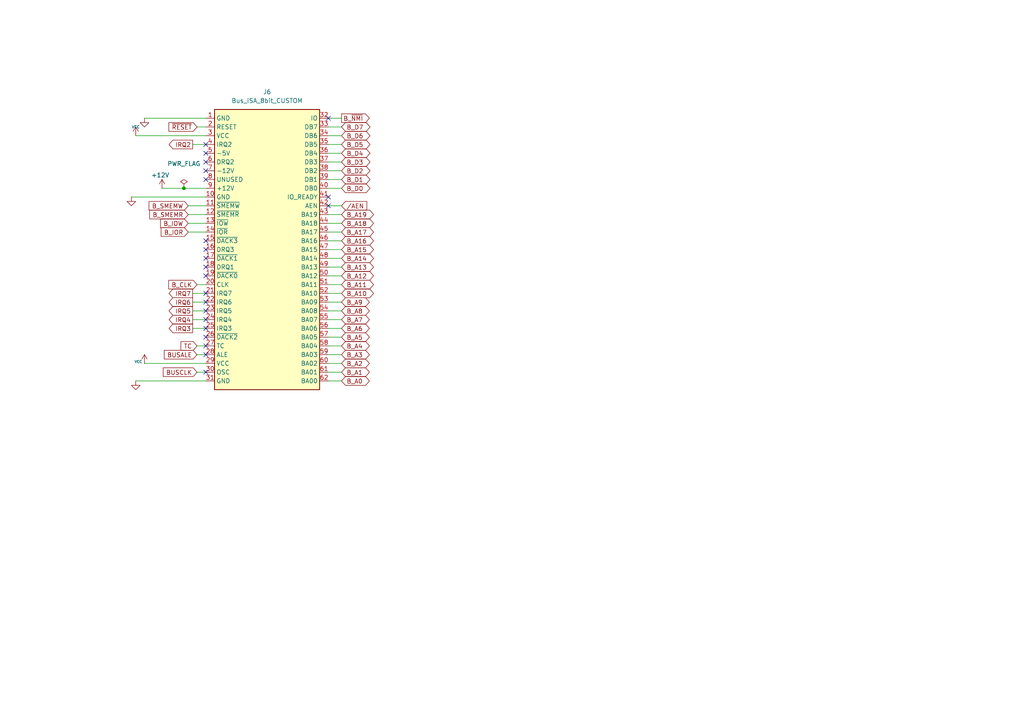
<source format=kicad_sch>
(kicad_sch
	(version 20250114)
	(generator "eeschema")
	(generator_version "9.0")
	(uuid "bea200d1-a4bd-4afd-a59a-61f32250e91d")
	(paper "A4")
	(title_block
		(title "ISA VIDEO/SID")
		(date "2026-01-18")
		(rev "V1.0")
	)
	(lib_symbols
		(symbol "Custom:Bus_ISA_8bit_CUSTOM"
			(exclude_from_sim no)
			(in_bom yes)
			(on_board yes)
			(property "Reference" "J"
				(at 0 42.545 0)
				(effects
					(font
						(size 1.27 1.27)
					)
				)
			)
			(property "Value" "Bus_ISA_8bit_CUSTOM"
				(at 0 -42.545 0)
				(effects
					(font
						(size 1.27 1.27)
					)
				)
			)
			(property "Footprint" ""
				(at 0 0 0)
				(effects
					(font
						(size 1.27 1.27)
					)
					(hide yes)
				)
			)
			(property "Datasheet" "https://en.wikipedia.org/wiki/Industry_Standard_Architecture"
				(at 0 0 0)
				(effects
					(font
						(size 1.27 1.27)
					)
					(hide yes)
				)
			)
			(property "Description" "8-bit ISA-PC bus connector"
				(at 0 0 0)
				(effects
					(font
						(size 1.27 1.27)
					)
					(hide yes)
				)
			)
			(property "ki_keywords" "ISA"
				(at 0 0 0)
				(effects
					(font
						(size 1.27 1.27)
					)
					(hide yes)
				)
			)
			(symbol "Bus_ISA_8bit_CUSTOM_0_1"
				(rectangle
					(start -15.24 -40.64)
					(end 15.24 40.64)
					(stroke
						(width 0.254)
						(type default)
					)
					(fill
						(type background)
					)
				)
			)
			(symbol "Bus_ISA_8bit_CUSTOM_1_1"
				(pin power_in line
					(at -17.78 38.1 0)
					(length 2.54)
					(name "GND"
						(effects
							(font
								(size 1.27 1.27)
							)
						)
					)
					(number "1"
						(effects
							(font
								(size 1.27 1.27)
							)
						)
					)
				)
				(pin passive line
					(at -17.78 35.56 0)
					(length 2.54)
					(name "RESET"
						(effects
							(font
								(size 1.27 1.27)
							)
						)
					)
					(number "2"
						(effects
							(font
								(size 1.27 1.27)
							)
						)
					)
				)
				(pin power_in line
					(at -17.78 33.02 0)
					(length 2.54)
					(name "VCC"
						(effects
							(font
								(size 1.27 1.27)
							)
						)
					)
					(number "3"
						(effects
							(font
								(size 1.27 1.27)
							)
						)
					)
				)
				(pin passive line
					(at -17.78 30.48 0)
					(length 2.54)
					(name "IRQ2"
						(effects
							(font
								(size 1.27 1.27)
							)
						)
					)
					(number "4"
						(effects
							(font
								(size 1.27 1.27)
							)
						)
					)
				)
				(pin power_in line
					(at -17.78 27.94 0)
					(length 2.54)
					(name "-5V"
						(effects
							(font
								(size 1.27 1.27)
							)
						)
					)
					(number "5"
						(effects
							(font
								(size 1.27 1.27)
							)
						)
					)
				)
				(pin passive line
					(at -17.78 25.4 0)
					(length 2.54)
					(name "DRQ2"
						(effects
							(font
								(size 1.27 1.27)
							)
						)
					)
					(number "6"
						(effects
							(font
								(size 1.27 1.27)
							)
						)
					)
				)
				(pin power_in line
					(at -17.78 22.86 0)
					(length 2.54)
					(name "-12V"
						(effects
							(font
								(size 1.27 1.27)
							)
						)
					)
					(number "7"
						(effects
							(font
								(size 1.27 1.27)
							)
						)
					)
				)
				(pin passive line
					(at -17.78 20.32 0)
					(length 2.54)
					(name "UNUSED"
						(effects
							(font
								(size 1.27 1.27)
							)
						)
					)
					(number "8"
						(effects
							(font
								(size 1.27 1.27)
							)
						)
					)
				)
				(pin power_in line
					(at -17.78 17.78 0)
					(length 2.54)
					(name "+12V"
						(effects
							(font
								(size 1.27 1.27)
							)
						)
					)
					(number "9"
						(effects
							(font
								(size 1.27 1.27)
							)
						)
					)
				)
				(pin power_in line
					(at -17.78 15.24 0)
					(length 2.54)
					(name "GND"
						(effects
							(font
								(size 1.27 1.27)
							)
						)
					)
					(number "10"
						(effects
							(font
								(size 1.27 1.27)
							)
						)
					)
				)
				(pin bidirectional line
					(at -17.78 12.7 0)
					(length 2.54)
					(name "~{SMEMW}"
						(effects
							(font
								(size 1.27 1.27)
							)
						)
					)
					(number "11"
						(effects
							(font
								(size 1.27 1.27)
							)
						)
					)
				)
				(pin bidirectional line
					(at -17.78 10.16 0)
					(length 2.54)
					(name "~{SMEMR}"
						(effects
							(font
								(size 1.27 1.27)
							)
						)
					)
					(number "12"
						(effects
							(font
								(size 1.27 1.27)
							)
						)
					)
				)
				(pin bidirectional line
					(at -17.78 7.62 0)
					(length 2.54)
					(name "~{IOW}"
						(effects
							(font
								(size 1.27 1.27)
							)
						)
					)
					(number "13"
						(effects
							(font
								(size 1.27 1.27)
							)
						)
					)
				)
				(pin bidirectional line
					(at -17.78 5.08 0)
					(length 2.54)
					(name "~{IOR}"
						(effects
							(font
								(size 1.27 1.27)
							)
						)
					)
					(number "14"
						(effects
							(font
								(size 1.27 1.27)
							)
						)
					)
				)
				(pin passive line
					(at -17.78 2.54 0)
					(length 2.54)
					(name "~{DACK3}"
						(effects
							(font
								(size 1.27 1.27)
							)
						)
					)
					(number "15"
						(effects
							(font
								(size 1.27 1.27)
							)
						)
					)
				)
				(pin passive line
					(at -17.78 0 0)
					(length 2.54)
					(name "DRQ3"
						(effects
							(font
								(size 1.27 1.27)
							)
						)
					)
					(number "16"
						(effects
							(font
								(size 1.27 1.27)
							)
						)
					)
				)
				(pin passive line
					(at -17.78 -2.54 0)
					(length 2.54)
					(name "~{DACK1}"
						(effects
							(font
								(size 1.27 1.27)
							)
						)
					)
					(number "17"
						(effects
							(font
								(size 1.27 1.27)
							)
						)
					)
				)
				(pin passive line
					(at -17.78 -5.08 0)
					(length 2.54)
					(name "DRQ1"
						(effects
							(font
								(size 1.27 1.27)
							)
						)
					)
					(number "18"
						(effects
							(font
								(size 1.27 1.27)
							)
						)
					)
				)
				(pin passive line
					(at -17.78 -7.62 0)
					(length 2.54)
					(name "~{DACK0}"
						(effects
							(font
								(size 1.27 1.27)
							)
						)
					)
					(number "19"
						(effects
							(font
								(size 1.27 1.27)
							)
						)
					)
				)
				(pin bidirectional line
					(at -17.78 -10.16 0)
					(length 2.54)
					(name "CLK"
						(effects
							(font
								(size 1.27 1.27)
							)
						)
					)
					(number "20"
						(effects
							(font
								(size 1.27 1.27)
							)
						)
					)
				)
				(pin passive line
					(at -17.78 -12.7 0)
					(length 2.54)
					(name "IRQ7"
						(effects
							(font
								(size 1.27 1.27)
							)
						)
					)
					(number "21"
						(effects
							(font
								(size 1.27 1.27)
							)
						)
					)
				)
				(pin passive line
					(at -17.78 -15.24 0)
					(length 2.54)
					(name "IRQ6"
						(effects
							(font
								(size 1.27 1.27)
							)
						)
					)
					(number "22"
						(effects
							(font
								(size 1.27 1.27)
							)
						)
					)
				)
				(pin passive line
					(at -17.78 -17.78 0)
					(length 2.54)
					(name "IRQ5"
						(effects
							(font
								(size 1.27 1.27)
							)
						)
					)
					(number "23"
						(effects
							(font
								(size 1.27 1.27)
							)
						)
					)
				)
				(pin passive line
					(at -17.78 -20.32 0)
					(length 2.54)
					(name "IRQ4"
						(effects
							(font
								(size 1.27 1.27)
							)
						)
					)
					(number "24"
						(effects
							(font
								(size 1.27 1.27)
							)
						)
					)
				)
				(pin passive line
					(at -17.78 -22.86 0)
					(length 2.54)
					(name "IRQ3"
						(effects
							(font
								(size 1.27 1.27)
							)
						)
					)
					(number "25"
						(effects
							(font
								(size 1.27 1.27)
							)
						)
					)
				)
				(pin passive line
					(at -17.78 -25.4 0)
					(length 2.54)
					(name "~{DACK2}"
						(effects
							(font
								(size 1.27 1.27)
							)
						)
					)
					(number "26"
						(effects
							(font
								(size 1.27 1.27)
							)
						)
					)
				)
				(pin passive line
					(at -17.78 -27.94 0)
					(length 2.54)
					(name "TC"
						(effects
							(font
								(size 1.27 1.27)
							)
						)
					)
					(number "27"
						(effects
							(font
								(size 1.27 1.27)
							)
						)
					)
				)
				(pin bidirectional line
					(at -17.78 -30.48 0)
					(length 2.54)
					(name "ALE"
						(effects
							(font
								(size 1.27 1.27)
							)
						)
					)
					(number "28"
						(effects
							(font
								(size 1.27 1.27)
							)
						)
					)
				)
				(pin power_in line
					(at -17.78 -33.02 0)
					(length 2.54)
					(name "VCC"
						(effects
							(font
								(size 1.27 1.27)
							)
						)
					)
					(number "29"
						(effects
							(font
								(size 1.27 1.27)
							)
						)
					)
				)
				(pin passive line
					(at -17.78 -35.56 0)
					(length 2.54)
					(name "OSC"
						(effects
							(font
								(size 1.27 1.27)
							)
						)
					)
					(number "30"
						(effects
							(font
								(size 1.27 1.27)
							)
						)
					)
				)
				(pin power_in line
					(at -17.78 -38.1 0)
					(length 2.54)
					(name "GND"
						(effects
							(font
								(size 1.27 1.27)
							)
						)
					)
					(number "31"
						(effects
							(font
								(size 1.27 1.27)
							)
						)
					)
				)
				(pin passive line
					(at 17.78 38.1 180)
					(length 2.54)
					(name "IO"
						(effects
							(font
								(size 1.27 1.27)
							)
						)
					)
					(number "32"
						(effects
							(font
								(size 1.27 1.27)
							)
						)
					)
				)
				(pin tri_state line
					(at 17.78 35.56 180)
					(length 2.54)
					(name "DB7"
						(effects
							(font
								(size 1.27 1.27)
							)
						)
					)
					(number "33"
						(effects
							(font
								(size 1.27 1.27)
							)
						)
					)
				)
				(pin tri_state line
					(at 17.78 33.02 180)
					(length 2.54)
					(name "DB6"
						(effects
							(font
								(size 1.27 1.27)
							)
						)
					)
					(number "34"
						(effects
							(font
								(size 1.27 1.27)
							)
						)
					)
				)
				(pin tri_state line
					(at 17.78 30.48 180)
					(length 2.54)
					(name "DB5"
						(effects
							(font
								(size 1.27 1.27)
							)
						)
					)
					(number "35"
						(effects
							(font
								(size 1.27 1.27)
							)
						)
					)
				)
				(pin tri_state line
					(at 17.78 27.94 180)
					(length 2.54)
					(name "DB4"
						(effects
							(font
								(size 1.27 1.27)
							)
						)
					)
					(number "36"
						(effects
							(font
								(size 1.27 1.27)
							)
						)
					)
				)
				(pin tri_state line
					(at 17.78 25.4 180)
					(length 2.54)
					(name "DB3"
						(effects
							(font
								(size 1.27 1.27)
							)
						)
					)
					(number "37"
						(effects
							(font
								(size 1.27 1.27)
							)
						)
					)
				)
				(pin tri_state line
					(at 17.78 22.86 180)
					(length 2.54)
					(name "DB2"
						(effects
							(font
								(size 1.27 1.27)
							)
						)
					)
					(number "38"
						(effects
							(font
								(size 1.27 1.27)
							)
						)
					)
				)
				(pin tri_state line
					(at 17.78 20.32 180)
					(length 2.54)
					(name "DB1"
						(effects
							(font
								(size 1.27 1.27)
							)
						)
					)
					(number "39"
						(effects
							(font
								(size 1.27 1.27)
							)
						)
					)
				)
				(pin tri_state line
					(at 17.78 17.78 180)
					(length 2.54)
					(name "DB0"
						(effects
							(font
								(size 1.27 1.27)
							)
						)
					)
					(number "40"
						(effects
							(font
								(size 1.27 1.27)
							)
						)
					)
				)
				(pin passive line
					(at 17.78 15.24 180)
					(length 2.54)
					(name "IO_READY"
						(effects
							(font
								(size 1.27 1.27)
							)
						)
					)
					(number "41"
						(effects
							(font
								(size 1.27 1.27)
							)
						)
					)
				)
				(pin output line
					(at 17.78 12.7 180)
					(length 2.54)
					(name "AEN"
						(effects
							(font
								(size 1.27 1.27)
							)
						)
					)
					(number "42"
						(effects
							(font
								(size 1.27 1.27)
							)
						)
					)
				)
				(pin tri_state line
					(at 17.78 10.16 180)
					(length 2.54)
					(name "BA19"
						(effects
							(font
								(size 1.27 1.27)
							)
						)
					)
					(number "43"
						(effects
							(font
								(size 1.27 1.27)
							)
						)
					)
				)
				(pin tri_state line
					(at 17.78 7.62 180)
					(length 2.54)
					(name "BA18"
						(effects
							(font
								(size 1.27 1.27)
							)
						)
					)
					(number "44"
						(effects
							(font
								(size 1.27 1.27)
							)
						)
					)
				)
				(pin tri_state line
					(at 17.78 5.08 180)
					(length 2.54)
					(name "BA17"
						(effects
							(font
								(size 1.27 1.27)
							)
						)
					)
					(number "45"
						(effects
							(font
								(size 1.27 1.27)
							)
						)
					)
				)
				(pin tri_state line
					(at 17.78 2.54 180)
					(length 2.54)
					(name "BA16"
						(effects
							(font
								(size 1.27 1.27)
							)
						)
					)
					(number "46"
						(effects
							(font
								(size 1.27 1.27)
							)
						)
					)
				)
				(pin tri_state line
					(at 17.78 0 180)
					(length 2.54)
					(name "BA15"
						(effects
							(font
								(size 1.27 1.27)
							)
						)
					)
					(number "47"
						(effects
							(font
								(size 1.27 1.27)
							)
						)
					)
				)
				(pin tri_state line
					(at 17.78 -2.54 180)
					(length 2.54)
					(name "BA14"
						(effects
							(font
								(size 1.27 1.27)
							)
						)
					)
					(number "48"
						(effects
							(font
								(size 1.27 1.27)
							)
						)
					)
				)
				(pin tri_state line
					(at 17.78 -5.08 180)
					(length 2.54)
					(name "BA13"
						(effects
							(font
								(size 1.27 1.27)
							)
						)
					)
					(number "49"
						(effects
							(font
								(size 1.27 1.27)
							)
						)
					)
				)
				(pin tri_state line
					(at 17.78 -7.62 180)
					(length 2.54)
					(name "BA12"
						(effects
							(font
								(size 1.27 1.27)
							)
						)
					)
					(number "50"
						(effects
							(font
								(size 1.27 1.27)
							)
						)
					)
				)
				(pin tri_state line
					(at 17.78 -10.16 180)
					(length 2.54)
					(name "BA11"
						(effects
							(font
								(size 1.27 1.27)
							)
						)
					)
					(number "51"
						(effects
							(font
								(size 1.27 1.27)
							)
						)
					)
				)
				(pin tri_state line
					(at 17.78 -12.7 180)
					(length 2.54)
					(name "BA10"
						(effects
							(font
								(size 1.27 1.27)
							)
						)
					)
					(number "52"
						(effects
							(font
								(size 1.27 1.27)
							)
						)
					)
				)
				(pin tri_state line
					(at 17.78 -15.24 180)
					(length 2.54)
					(name "BA09"
						(effects
							(font
								(size 1.27 1.27)
							)
						)
					)
					(number "53"
						(effects
							(font
								(size 1.27 1.27)
							)
						)
					)
				)
				(pin tri_state line
					(at 17.78 -17.78 180)
					(length 2.54)
					(name "BA08"
						(effects
							(font
								(size 1.27 1.27)
							)
						)
					)
					(number "54"
						(effects
							(font
								(size 1.27 1.27)
							)
						)
					)
				)
				(pin tri_state line
					(at 17.78 -20.32 180)
					(length 2.54)
					(name "BA07"
						(effects
							(font
								(size 1.27 1.27)
							)
						)
					)
					(number "55"
						(effects
							(font
								(size 1.27 1.27)
							)
						)
					)
				)
				(pin tri_state line
					(at 17.78 -22.86 180)
					(length 2.54)
					(name "BA06"
						(effects
							(font
								(size 1.27 1.27)
							)
						)
					)
					(number "56"
						(effects
							(font
								(size 1.27 1.27)
							)
						)
					)
				)
				(pin tri_state line
					(at 17.78 -25.4 180)
					(length 2.54)
					(name "BA05"
						(effects
							(font
								(size 1.27 1.27)
							)
						)
					)
					(number "57"
						(effects
							(font
								(size 1.27 1.27)
							)
						)
					)
				)
				(pin tri_state line
					(at 17.78 -27.94 180)
					(length 2.54)
					(name "BA04"
						(effects
							(font
								(size 1.27 1.27)
							)
						)
					)
					(number "58"
						(effects
							(font
								(size 1.27 1.27)
							)
						)
					)
				)
				(pin tri_state line
					(at 17.78 -30.48 180)
					(length 2.54)
					(name "BA03"
						(effects
							(font
								(size 1.27 1.27)
							)
						)
					)
					(number "59"
						(effects
							(font
								(size 1.27 1.27)
							)
						)
					)
				)
				(pin tri_state line
					(at 17.78 -33.02 180)
					(length 2.54)
					(name "BA02"
						(effects
							(font
								(size 1.27 1.27)
							)
						)
					)
					(number "60"
						(effects
							(font
								(size 1.27 1.27)
							)
						)
					)
				)
				(pin tri_state line
					(at 17.78 -35.56 180)
					(length 2.54)
					(name "BA01"
						(effects
							(font
								(size 1.27 1.27)
							)
						)
					)
					(number "61"
						(effects
							(font
								(size 1.27 1.27)
							)
						)
					)
				)
				(pin tri_state line
					(at 17.78 -38.1 180)
					(length 2.54)
					(name "BA00"
						(effects
							(font
								(size 1.27 1.27)
							)
						)
					)
					(number "62"
						(effects
							(font
								(size 1.27 1.27)
							)
						)
					)
				)
			)
			(embedded_fonts no)
		)
		(symbol "power:+12V"
			(power)
			(pin_numbers
				(hide yes)
			)
			(pin_names
				(offset 0)
				(hide yes)
			)
			(exclude_from_sim no)
			(in_bom yes)
			(on_board yes)
			(property "Reference" "#PWR"
				(at 0 -3.81 0)
				(effects
					(font
						(size 1.27 1.27)
					)
					(hide yes)
				)
			)
			(property "Value" "+12V"
				(at 0 3.556 0)
				(effects
					(font
						(size 1.27 1.27)
					)
				)
			)
			(property "Footprint" ""
				(at 0 0 0)
				(effects
					(font
						(size 1.27 1.27)
					)
					(hide yes)
				)
			)
			(property "Datasheet" ""
				(at 0 0 0)
				(effects
					(font
						(size 1.27 1.27)
					)
					(hide yes)
				)
			)
			(property "Description" "Power symbol creates a global label with name \"+12V\""
				(at 0 0 0)
				(effects
					(font
						(size 1.27 1.27)
					)
					(hide yes)
				)
			)
			(property "ki_keywords" "global power"
				(at 0 0 0)
				(effects
					(font
						(size 1.27 1.27)
					)
					(hide yes)
				)
			)
			(symbol "+12V_0_1"
				(polyline
					(pts
						(xy -0.762 1.27) (xy 0 2.54)
					)
					(stroke
						(width 0)
						(type default)
					)
					(fill
						(type none)
					)
				)
				(polyline
					(pts
						(xy 0 2.54) (xy 0.762 1.27)
					)
					(stroke
						(width 0)
						(type default)
					)
					(fill
						(type none)
					)
				)
				(polyline
					(pts
						(xy 0 0) (xy 0 2.54)
					)
					(stroke
						(width 0)
						(type default)
					)
					(fill
						(type none)
					)
				)
			)
			(symbol "+12V_1_1"
				(pin power_in line
					(at 0 0 90)
					(length 0)
					(name "~"
						(effects
							(font
								(size 1.27 1.27)
							)
						)
					)
					(number "1"
						(effects
							(font
								(size 1.27 1.27)
							)
						)
					)
				)
			)
			(embedded_fonts no)
		)
		(symbol "power:GND"
			(power)
			(pin_numbers
				(hide yes)
			)
			(pin_names
				(offset 0)
				(hide yes)
			)
			(exclude_from_sim no)
			(in_bom yes)
			(on_board yes)
			(property "Reference" "#PWR"
				(at 0 -6.35 0)
				(effects
					(font
						(size 1.27 1.27)
					)
					(hide yes)
				)
			)
			(property "Value" "GND"
				(at 0 -3.81 0)
				(effects
					(font
						(size 1.27 1.27)
					)
				)
			)
			(property "Footprint" ""
				(at 0 0 0)
				(effects
					(font
						(size 1.27 1.27)
					)
					(hide yes)
				)
			)
			(property "Datasheet" ""
				(at 0 0 0)
				(effects
					(font
						(size 1.27 1.27)
					)
					(hide yes)
				)
			)
			(property "Description" "Power symbol creates a global label with name \"GND\" , ground"
				(at 0 0 0)
				(effects
					(font
						(size 1.27 1.27)
					)
					(hide yes)
				)
			)
			(property "ki_keywords" "global power"
				(at 0 0 0)
				(effects
					(font
						(size 1.27 1.27)
					)
					(hide yes)
				)
			)
			(symbol "GND_0_1"
				(polyline
					(pts
						(xy 0 0) (xy 0 -1.27) (xy 1.27 -1.27) (xy 0 -2.54) (xy -1.27 -1.27) (xy 0 -1.27)
					)
					(stroke
						(width 0)
						(type default)
					)
					(fill
						(type none)
					)
				)
			)
			(symbol "GND_1_1"
				(pin power_in line
					(at 0 0 270)
					(length 0)
					(name "~"
						(effects
							(font
								(size 1.27 1.27)
							)
						)
					)
					(number "1"
						(effects
							(font
								(size 1.27 1.27)
							)
						)
					)
				)
			)
			(embedded_fonts no)
		)
		(symbol "power:PWR_FLAG"
			(power)
			(pin_numbers
				(hide yes)
			)
			(pin_names
				(offset 0)
				(hide yes)
			)
			(exclude_from_sim no)
			(in_bom yes)
			(on_board yes)
			(property "Reference" "#FLG"
				(at 0 1.905 0)
				(effects
					(font
						(size 1.27 1.27)
					)
					(hide yes)
				)
			)
			(property "Value" "PWR_FLAG"
				(at 0 3.81 0)
				(effects
					(font
						(size 1.27 1.27)
					)
				)
			)
			(property "Footprint" ""
				(at 0 0 0)
				(effects
					(font
						(size 1.27 1.27)
					)
					(hide yes)
				)
			)
			(property "Datasheet" "~"
				(at 0 0 0)
				(effects
					(font
						(size 1.27 1.27)
					)
					(hide yes)
				)
			)
			(property "Description" "Special symbol for telling ERC where power comes from"
				(at 0 0 0)
				(effects
					(font
						(size 1.27 1.27)
					)
					(hide yes)
				)
			)
			(property "ki_keywords" "flag power"
				(at 0 0 0)
				(effects
					(font
						(size 1.27 1.27)
					)
					(hide yes)
				)
			)
			(symbol "PWR_FLAG_0_0"
				(pin power_out line
					(at 0 0 90)
					(length 0)
					(name "~"
						(effects
							(font
								(size 1.27 1.27)
							)
						)
					)
					(number "1"
						(effects
							(font
								(size 1.27 1.27)
							)
						)
					)
				)
			)
			(symbol "PWR_FLAG_0_1"
				(polyline
					(pts
						(xy 0 0) (xy 0 1.27) (xy -1.016 1.905) (xy 0 2.54) (xy 1.016 1.905) (xy 0 1.27)
					)
					(stroke
						(width 0)
						(type default)
					)
					(fill
						(type none)
					)
				)
			)
			(embedded_fonts no)
		)
		(symbol "power:VCC"
			(power)
			(pin_numbers
				(hide yes)
			)
			(pin_names
				(offset 0)
				(hide yes)
			)
			(exclude_from_sim no)
			(in_bom yes)
			(on_board yes)
			(property "Reference" "#PWR"
				(at 0 -3.81 0)
				(effects
					(font
						(size 1.27 1.27)
					)
					(hide yes)
				)
			)
			(property "Value" "VCC"
				(at 0 3.556 0)
				(effects
					(font
						(size 1.27 1.27)
					)
				)
			)
			(property "Footprint" ""
				(at 0 0 0)
				(effects
					(font
						(size 1.27 1.27)
					)
					(hide yes)
				)
			)
			(property "Datasheet" ""
				(at 0 0 0)
				(effects
					(font
						(size 1.27 1.27)
					)
					(hide yes)
				)
			)
			(property "Description" "Power symbol creates a global label with name \"VCC\""
				(at 0 0 0)
				(effects
					(font
						(size 1.27 1.27)
					)
					(hide yes)
				)
			)
			(property "ki_keywords" "global power"
				(at 0 0 0)
				(effects
					(font
						(size 1.27 1.27)
					)
					(hide yes)
				)
			)
			(symbol "VCC_0_1"
				(polyline
					(pts
						(xy -0.762 1.27) (xy 0 2.54)
					)
					(stroke
						(width 0)
						(type default)
					)
					(fill
						(type none)
					)
				)
				(polyline
					(pts
						(xy 0 2.54) (xy 0.762 1.27)
					)
					(stroke
						(width 0)
						(type default)
					)
					(fill
						(type none)
					)
				)
				(polyline
					(pts
						(xy 0 0) (xy 0 2.54)
					)
					(stroke
						(width 0)
						(type default)
					)
					(fill
						(type none)
					)
				)
			)
			(symbol "VCC_1_1"
				(pin power_in line
					(at 0 0 90)
					(length 0)
					(name "~"
						(effects
							(font
								(size 1.27 1.27)
							)
						)
					)
					(number "1"
						(effects
							(font
								(size 1.27 1.27)
							)
						)
					)
				)
			)
			(embedded_fonts no)
		)
	)
	(junction
		(at 53.34 54.61)
		(diameter 0)
		(color 0 0 0 0)
		(uuid "f53df89d-77d0-4ec2-a2aa-03f19e4246c4")
	)
	(no_connect
		(at 59.69 85.09)
		(uuid "01ebde89-ee05-4d09-8789-0ebce3436ebe")
	)
	(no_connect
		(at 59.69 72.39)
		(uuid "0cb3fb00-1277-4038-ae72-ab976131c065")
	)
	(no_connect
		(at 59.69 92.71)
		(uuid "24e6cf73-5350-437d-bf9b-8f9b0f700872")
	)
	(no_connect
		(at 59.69 95.25)
		(uuid "25288ed2-e3fd-4ac1-bfc7-81a3fa48f1b1")
	)
	(no_connect
		(at 59.69 80.01)
		(uuid "4d1eac0f-dc68-49b7-9cbe-277222f871f7")
	)
	(no_connect
		(at 59.69 74.93)
		(uuid "5a1c1711-ff31-4f1f-b0ba-caabfea391cf")
	)
	(no_connect
		(at 95.25 57.15)
		(uuid "5eaabdf6-e378-4161-a197-331ce1d0fe44")
	)
	(no_connect
		(at 59.69 46.99)
		(uuid "6294d680-2c43-4fea-abc5-bc3ffe257aa3")
	)
	(no_connect
		(at 59.69 41.91)
		(uuid "6700a602-1fc4-4b61-8389-1574ffde75a4")
	)
	(no_connect
		(at 59.69 107.95)
		(uuid "8364fe39-35c3-42bf-93e8-2b78789f5251")
	)
	(no_connect
		(at 59.69 90.17)
		(uuid "8788375f-3f6a-428d-83b7-94e89b09a5ff")
	)
	(no_connect
		(at 95.25 59.69)
		(uuid "88efb991-7019-44bf-94df-c006f057a695")
	)
	(no_connect
		(at 95.25 34.29)
		(uuid "892769e1-e739-4dc6-8e56-0fdd0e3b7afc")
	)
	(no_connect
		(at 59.69 49.53)
		(uuid "a46cec70-03f8-4e6b-a421-f6b716d30ba3")
	)
	(no_connect
		(at 59.69 102.87)
		(uuid "a8055695-18fe-4223-a9a0-12be606c0eda")
	)
	(no_connect
		(at 59.69 69.85)
		(uuid "bf4e8f1e-6782-470c-9684-c6d188c8a92b")
	)
	(no_connect
		(at 59.69 100.33)
		(uuid "bf75c428-af04-4c10-baec-6243c6a234f4")
	)
	(no_connect
		(at 59.69 77.47)
		(uuid "cc9907d8-0bf0-4850-8e9b-6f2a4c29be15")
	)
	(no_connect
		(at 59.69 52.07)
		(uuid "cfba8b13-b80d-4f7f-a44f-a18d46973206")
	)
	(no_connect
		(at 59.69 97.79)
		(uuid "d6378419-fe24-457b-aa53-242076e8092d")
	)
	(no_connect
		(at 59.69 44.45)
		(uuid "e02e1869-4f85-4de6-ac50-b6e7ec45f355")
	)
	(no_connect
		(at 59.69 87.63)
		(uuid "e18b7d40-c7aa-4034-addc-415450d97981")
	)
	(wire
		(pts
			(xy 39.37 110.49) (xy 59.69 110.49)
		)
		(stroke
			(width 0)
			(type default)
		)
		(uuid "08603346-c955-4e8d-99e3-34ba0a8e6510")
	)
	(wire
		(pts
			(xy 57.15 36.83) (xy 59.69 36.83)
		)
		(stroke
			(width 0)
			(type default)
		)
		(uuid "09f27f50-4c3b-4a91-9deb-c0c006c353c8")
	)
	(wire
		(pts
			(xy 95.25 54.61) (xy 99.06 54.61)
		)
		(stroke
			(width 0)
			(type default)
		)
		(uuid "0a1bd4ba-3bce-4614-8604-5ddb1c4d66cc")
	)
	(wire
		(pts
			(xy 46.99 54.61) (xy 53.34 54.61)
		)
		(stroke
			(width 0)
			(type default)
		)
		(uuid "0af79733-6454-43ce-a2eb-d37bc82787ca")
	)
	(wire
		(pts
			(xy 95.25 85.09) (xy 99.06 85.09)
		)
		(stroke
			(width 0)
			(type default)
		)
		(uuid "0f4cf849-9eda-4a23-a858-8093b77a8a51")
	)
	(wire
		(pts
			(xy 57.15 102.87) (xy 59.69 102.87)
		)
		(stroke
			(width 0)
			(type default)
		)
		(uuid "12fcac9f-e264-4527-9d3b-ed9a9baf688c")
	)
	(wire
		(pts
			(xy 39.37 39.37) (xy 59.69 39.37)
		)
		(stroke
			(width 0)
			(type default)
		)
		(uuid "1d6d1575-0eda-4aa1-86fe-affa8e491b68")
	)
	(wire
		(pts
			(xy 41.91 105.41) (xy 59.69 105.41)
		)
		(stroke
			(width 0)
			(type default)
		)
		(uuid "1edb9313-3ca5-4165-9717-53ddde832915")
	)
	(wire
		(pts
			(xy 59.69 87.63) (xy 55.88 87.63)
		)
		(stroke
			(width 0)
			(type default)
		)
		(uuid "208f7172-5bbe-40fd-b781-dcc180e59d23")
	)
	(wire
		(pts
			(xy 57.15 107.95) (xy 59.69 107.95)
		)
		(stroke
			(width 0)
			(type default)
		)
		(uuid "21e09a54-f504-45eb-a492-016417efe937")
	)
	(wire
		(pts
			(xy 95.25 44.45) (xy 99.06 44.45)
		)
		(stroke
			(width 0)
			(type default)
		)
		(uuid "2c935e09-5b7e-4db0-9dad-f20c40290ffa")
	)
	(wire
		(pts
			(xy 54.61 64.77) (xy 59.69 64.77)
		)
		(stroke
			(width 0)
			(type default)
		)
		(uuid "36ae7764-05dc-4901-91b5-d7ade22593e2")
	)
	(wire
		(pts
			(xy 95.25 52.07) (xy 99.06 52.07)
		)
		(stroke
			(width 0)
			(type default)
		)
		(uuid "3ad03c0a-8d32-4bfb-9e3f-07f0c198a0be")
	)
	(wire
		(pts
			(xy 95.25 105.41) (xy 99.06 105.41)
		)
		(stroke
			(width 0)
			(type default)
		)
		(uuid "48c2c5d8-4073-46ec-bb14-91acd8064fe7")
	)
	(wire
		(pts
			(xy 95.25 69.85) (xy 99.06 69.85)
		)
		(stroke
			(width 0)
			(type default)
		)
		(uuid "4b1a77d0-c3b0-4c22-83e1-2aac4e0de12d")
	)
	(wire
		(pts
			(xy 54.61 62.23) (xy 59.69 62.23)
		)
		(stroke
			(width 0)
			(type default)
		)
		(uuid "4e8d94fb-77d4-4a3f-bfbd-912926283ebc")
	)
	(wire
		(pts
			(xy 95.25 46.99) (xy 99.06 46.99)
		)
		(stroke
			(width 0)
			(type default)
		)
		(uuid "50446913-8c0d-4465-98bb-4159e4f22d51")
	)
	(wire
		(pts
			(xy 95.25 62.23) (xy 99.06 62.23)
		)
		(stroke
			(width 0)
			(type default)
		)
		(uuid "513c4627-96a4-4a8d-8da9-bc7a48c1956e")
	)
	(wire
		(pts
			(xy 95.25 39.37) (xy 99.06 39.37)
		)
		(stroke
			(width 0)
			(type default)
		)
		(uuid "52662092-c991-4b0a-9a87-37e17c8221de")
	)
	(wire
		(pts
			(xy 95.25 59.69) (xy 99.06 59.69)
		)
		(stroke
			(width 0)
			(type default)
		)
		(uuid "52c6783f-0c89-4643-8cf7-714ae229b389")
	)
	(wire
		(pts
			(xy 95.25 92.71) (xy 99.06 92.71)
		)
		(stroke
			(width 0)
			(type default)
		)
		(uuid "53cfc659-306b-480a-bf4a-97fe19b68f9b")
	)
	(wire
		(pts
			(xy 59.69 41.91) (xy 55.88 41.91)
		)
		(stroke
			(width 0)
			(type default)
		)
		(uuid "5e39cc66-bea8-4f42-b0fb-b382500f03ba")
	)
	(wire
		(pts
			(xy 95.25 74.93) (xy 99.06 74.93)
		)
		(stroke
			(width 0)
			(type default)
		)
		(uuid "5f996708-2495-4f4f-b344-fdbf974636bf")
	)
	(wire
		(pts
			(xy 57.15 100.33) (xy 59.69 100.33)
		)
		(stroke
			(width 0)
			(type default)
		)
		(uuid "63e8fa07-b1f1-465e-ae2f-6146a0140a9c")
	)
	(wire
		(pts
			(xy 41.91 34.29) (xy 59.69 34.29)
		)
		(stroke
			(width 0)
			(type default)
		)
		(uuid "66cfce9a-4fb2-4f0a-b317-e9f44155fc64")
	)
	(wire
		(pts
			(xy 59.69 92.71) (xy 55.88 92.71)
		)
		(stroke
			(width 0)
			(type default)
		)
		(uuid "67166644-5b33-4bda-ad86-d9b098b71919")
	)
	(wire
		(pts
			(xy 59.69 85.09) (xy 55.88 85.09)
		)
		(stroke
			(width 0)
			(type default)
		)
		(uuid "67a4ae6d-006a-485f-abb6-a8d7f607ef7f")
	)
	(wire
		(pts
			(xy 95.25 41.91) (xy 99.06 41.91)
		)
		(stroke
			(width 0)
			(type default)
		)
		(uuid "74e4ab69-ed55-4e7b-b7e6-ab935727c1f6")
	)
	(wire
		(pts
			(xy 95.25 77.47) (xy 99.06 77.47)
		)
		(stroke
			(width 0)
			(type default)
		)
		(uuid "7be26f5b-7c46-43b1-b0cc-b22ef346aaed")
	)
	(wire
		(pts
			(xy 95.25 82.55) (xy 99.06 82.55)
		)
		(stroke
			(width 0)
			(type default)
		)
		(uuid "7d621071-e764-4b20-90fa-9c0f969c36b5")
	)
	(wire
		(pts
			(xy 95.25 107.95) (xy 99.06 107.95)
		)
		(stroke
			(width 0)
			(type default)
		)
		(uuid "8460624f-c8af-494f-b89d-60bb1c62de59")
	)
	(wire
		(pts
			(xy 53.34 54.61) (xy 59.69 54.61)
		)
		(stroke
			(width 0)
			(type default)
		)
		(uuid "8df0c4ca-bdd2-4309-ad71-4c4a4c1735a6")
	)
	(wire
		(pts
			(xy 95.25 90.17) (xy 99.06 90.17)
		)
		(stroke
			(width 0)
			(type default)
		)
		(uuid "90599b2b-1878-4705-a2c4-001e97bc304c")
	)
	(wire
		(pts
			(xy 54.61 67.31) (xy 59.69 67.31)
		)
		(stroke
			(width 0)
			(type default)
		)
		(uuid "94dea802-4624-4dce-8bc7-efda030e7c88")
	)
	(wire
		(pts
			(xy 57.15 82.55) (xy 59.69 82.55)
		)
		(stroke
			(width 0)
			(type default)
		)
		(uuid "97290b18-ebb7-4c0c-9443-e341db86b63d")
	)
	(wire
		(pts
			(xy 54.61 59.69) (xy 59.69 59.69)
		)
		(stroke
			(width 0)
			(type default)
		)
		(uuid "9d0655fa-9b96-47b7-b45b-049a2407a988")
	)
	(wire
		(pts
			(xy 95.25 102.87) (xy 99.06 102.87)
		)
		(stroke
			(width 0)
			(type default)
		)
		(uuid "9ec5c6bf-da29-4ce7-9b00-89f86f27d5b3")
	)
	(wire
		(pts
			(xy 95.25 100.33) (xy 99.06 100.33)
		)
		(stroke
			(width 0)
			(type default)
		)
		(uuid "aab7f170-d096-4ba1-9715-612aec760f31")
	)
	(wire
		(pts
			(xy 95.25 34.29) (xy 99.06 34.29)
		)
		(stroke
			(width 0)
			(type default)
		)
		(uuid "ae3c732d-8f4e-44e3-afb4-27f433391cf5")
	)
	(wire
		(pts
			(xy 59.69 90.17) (xy 55.88 90.17)
		)
		(stroke
			(width 0)
			(type default)
		)
		(uuid "b9e040df-b2f4-40eb-9de8-7f48c2f40c97")
	)
	(wire
		(pts
			(xy 95.25 95.25) (xy 99.06 95.25)
		)
		(stroke
			(width 0)
			(type default)
		)
		(uuid "c24cba88-887e-4536-90dc-403606db1ba6")
	)
	(wire
		(pts
			(xy 95.25 110.49) (xy 99.06 110.49)
		)
		(stroke
			(width 0)
			(type default)
		)
		(uuid "c6b1ab1f-b265-4562-9c99-a2725813f5c2")
	)
	(wire
		(pts
			(xy 95.25 97.79) (xy 99.06 97.79)
		)
		(stroke
			(width 0)
			(type default)
		)
		(uuid "c92181c5-176a-4af2-82f8-a32c8e957e5f")
	)
	(wire
		(pts
			(xy 95.25 87.63) (xy 99.06 87.63)
		)
		(stroke
			(width 0)
			(type default)
		)
		(uuid "ca6fad95-d140-40d8-b248-9b10aed75e8a")
	)
	(wire
		(pts
			(xy 95.25 49.53) (xy 99.06 49.53)
		)
		(stroke
			(width 0)
			(type default)
		)
		(uuid "d847d917-c7af-4730-a99c-a86561925923")
	)
	(wire
		(pts
			(xy 59.69 95.25) (xy 55.88 95.25)
		)
		(stroke
			(width 0)
			(type default)
		)
		(uuid "dd0b82a9-b93d-42c3-8ccf-eee148db027d")
	)
	(wire
		(pts
			(xy 38.1 57.15) (xy 59.69 57.15)
		)
		(stroke
			(width 0)
			(type default)
		)
		(uuid "e0008ce3-bc66-47ab-b7a4-875a761ea5fe")
	)
	(wire
		(pts
			(xy 95.25 67.31) (xy 99.06 67.31)
		)
		(stroke
			(width 0)
			(type default)
		)
		(uuid "e3408283-4b30-4424-9578-12b8ba725b91")
	)
	(wire
		(pts
			(xy 95.25 72.39) (xy 99.06 72.39)
		)
		(stroke
			(width 0)
			(type default)
		)
		(uuid "eef0c3da-43af-4a53-965c-cbc8537ebe43")
	)
	(wire
		(pts
			(xy 95.25 64.77) (xy 99.06 64.77)
		)
		(stroke
			(width 0)
			(type default)
		)
		(uuid "f3b56789-b10e-46bd-ab1b-961953719e02")
	)
	(wire
		(pts
			(xy 95.25 36.83) (xy 99.06 36.83)
		)
		(stroke
			(width 0)
			(type default)
		)
		(uuid "f4a8cac9-5352-4e41-852b-331d2c70ba5e")
	)
	(wire
		(pts
			(xy 95.25 80.01) (xy 99.06 80.01)
		)
		(stroke
			(width 0)
			(type default)
		)
		(uuid "fde310a1-8a8c-4015-b93a-37cf013336f6")
	)
	(global_label "B_A6"
		(shape bidirectional)
		(at 99.06 95.25 0)
		(effects
			(font
				(size 1.27 1.27)
			)
			(justify left)
		)
		(uuid "01cd6375-99b9-4711-b4c3-e2d879c6cbdb")
		(property "Intersheetrefs" "${INTERSHEET_REFS}"
			(at 99.06 95.25 0)
			(effects
				(font
					(size 1.27 1.27)
				)
				(hide yes)
			)
		)
	)
	(global_label "B_A0"
		(shape bidirectional)
		(at 99.06 110.49 0)
		(effects
			(font
				(size 1.27 1.27)
			)
			(justify left)
		)
		(uuid "08562664-5412-47e7-8e58-ecb56b5f5422")
		(property "Intersheetrefs" "${INTERSHEET_REFS}"
			(at 99.06 110.49 0)
			(effects
				(font
					(size 1.27 1.27)
				)
				(hide yes)
			)
		)
	)
	(global_label "B_A4"
		(shape bidirectional)
		(at 99.06 100.33 0)
		(effects
			(font
				(size 1.27 1.27)
			)
			(justify left)
		)
		(uuid "0b47417e-0187-49a8-87fa-c4eb168d63b6")
		(property "Intersheetrefs" "${INTERSHEET_REFS}"
			(at 99.06 100.33 0)
			(effects
				(font
					(size 1.27 1.27)
				)
				(hide yes)
			)
		)
	)
	(global_label "B_A7"
		(shape bidirectional)
		(at 99.06 92.71 0)
		(effects
			(font
				(size 1.27 1.27)
			)
			(justify left)
		)
		(uuid "0d64d302-3736-4841-b848-fed5ff93211c")
		(property "Intersheetrefs" "${INTERSHEET_REFS}"
			(at 99.06 92.71 0)
			(effects
				(font
					(size 1.27 1.27)
				)
				(hide yes)
			)
		)
	)
	(global_label "B_SMEMR"
		(shape input)
		(at 54.61 62.23 180)
		(fields_autoplaced yes)
		(effects
			(font
				(size 1.27 1.27)
			)
			(justify right)
		)
		(uuid "0d670ee1-ed9f-4a75-8c27-a747eab7de43")
		(property "Intersheetrefs" "${INTERSHEET_REFS}"
			(at 42.8559 62.23 0)
			(effects
				(font
					(size 1.27 1.27)
				)
				(justify right)
				(hide yes)
			)
		)
	)
	(global_label "B_A2"
		(shape bidirectional)
		(at 99.06 105.41 0)
		(effects
			(font
				(size 1.27 1.27)
			)
			(justify left)
		)
		(uuid "11ed0bd1-a275-4b2a-a2f2-3e12928292ba")
		(property "Intersheetrefs" "${INTERSHEET_REFS}"
			(at 99.06 105.41 0)
			(effects
				(font
					(size 1.27 1.27)
				)
				(hide yes)
			)
		)
	)
	(global_label "B_SMEMW"
		(shape input)
		(at 54.61 59.69 180)
		(fields_autoplaced yes)
		(effects
			(font
				(size 1.27 1.27)
			)
			(justify right)
		)
		(uuid "12cce929-02a7-4801-9f22-13899810f5d3")
		(property "Intersheetrefs" "${INTERSHEET_REFS}"
			(at 42.6745 59.69 0)
			(effects
				(font
					(size 1.27 1.27)
				)
				(justify right)
				(hide yes)
			)
		)
	)
	(global_label "IRQ4"
		(shape output)
		(at 55.88 92.71 180)
		(fields_autoplaced yes)
		(effects
			(font
				(size 1.27 1.27)
			)
			(justify right)
		)
		(uuid "12d69d9d-9361-440e-a108-b3e11a9d9dd9")
		(property "Intersheetrefs" "${INTERSHEET_REFS}"
			(at 48.48 92.71 0)
			(effects
				(font
					(size 1.27 1.27)
				)
				(justify right)
				(hide yes)
			)
		)
	)
	(global_label "~{RESET}"
		(shape input)
		(at 57.15 36.83 180)
		(effects
			(font
				(size 1.27 1.27)
			)
			(justify right)
		)
		(uuid "150df632-a0cd-418f-8797-2df5ee35b7d9")
		(property "Intersheetrefs" "${INTERSHEET_REFS}"
			(at 57.15 36.83 0)
			(effects
				(font
					(size 1.27 1.27)
				)
				(hide yes)
			)
		)
	)
	(global_label "TC"
		(shape input)
		(at 57.15 100.33 180)
		(fields_autoplaced yes)
		(effects
			(font
				(size 1.27 1.27)
			)
			(justify right)
		)
		(uuid "223cfcb7-01bc-4e9a-976c-0676c3158058")
		(property "Intersheetrefs" "${INTERSHEET_REFS}"
			(at 52.5814 100.33 0)
			(effects
				(font
					(size 1.27 1.27)
				)
				(justify right)
				(hide yes)
			)
		)
	)
	(global_label "IRQ5"
		(shape output)
		(at 55.88 90.17 180)
		(fields_autoplaced yes)
		(effects
			(font
				(size 1.27 1.27)
			)
			(justify right)
		)
		(uuid "23f5e4b5-64ac-46cc-9052-b40bc8566cd5")
		(property "Intersheetrefs" "${INTERSHEET_REFS}"
			(at 48.48 90.17 0)
			(effects
				(font
					(size 1.27 1.27)
				)
				(justify right)
				(hide yes)
			)
		)
	)
	(global_label "BUSALE"
		(shape input)
		(at 57.15 102.87 180)
		(fields_autoplaced yes)
		(effects
			(font
				(size 1.27 1.27)
			)
			(justify right)
		)
		(uuid "29ac828d-542c-4178-a7ad-e58306fe9810")
		(property "Intersheetrefs" "${INTERSHEET_REFS}"
			(at 47.7433 102.87 0)
			(effects
				(font
					(size 1.27 1.27)
				)
				(justify right)
				(hide yes)
			)
		)
	)
	(global_label "IRQ2"
		(shape output)
		(at 55.88 41.91 180)
		(fields_autoplaced yes)
		(effects
			(font
				(size 1.27 1.27)
			)
			(justify right)
		)
		(uuid "35828822-eabf-4276-b900-072e17ded6a1")
		(property "Intersheetrefs" "${INTERSHEET_REFS}"
			(at 48.48 41.91 0)
			(effects
				(font
					(size 1.27 1.27)
				)
				(justify right)
				(hide yes)
			)
		)
	)
	(global_label "B_D3"
		(shape bidirectional)
		(at 99.06 46.99 0)
		(effects
			(font
				(size 1.27 1.27)
			)
			(justify left)
		)
		(uuid "39ce6954-c85d-43d7-bf3a-b44de9b74384")
		(property "Intersheetrefs" "${INTERSHEET_REFS}"
			(at 99.06 46.99 0)
			(effects
				(font
					(size 1.27 1.27)
				)
				(hide yes)
			)
		)
	)
	(global_label "BUSCLK"
		(shape input)
		(at 57.15 107.95 180)
		(fields_autoplaced yes)
		(effects
			(font
				(size 1.27 1.27)
			)
			(justify right)
		)
		(uuid "3da2829f-f8e4-4d5d-97fa-c120ca040f7c")
		(property "Intersheetrefs" "${INTERSHEET_REFS}"
			(at 47.4409 107.95 0)
			(effects
				(font
					(size 1.27 1.27)
				)
				(justify right)
				(hide yes)
			)
		)
	)
	(global_label "B_A9"
		(shape tri_state)
		(at 99.06 87.63 0)
		(effects
			(font
				(size 1.27 1.27)
			)
			(justify left)
		)
		(uuid "3ff85e47-c5df-45cf-9f65-7adc3bf8412c")
		(property "Intersheetrefs" "${INTERSHEET_REFS}"
			(at 99.06 87.63 0)
			(effects
				(font
					(size 1.27 1.27)
				)
				(hide yes)
			)
		)
	)
	(global_label "B_D4"
		(shape bidirectional)
		(at 99.06 44.45 0)
		(effects
			(font
				(size 1.27 1.27)
			)
			(justify left)
		)
		(uuid "49c31541-4db0-4d4a-ba47-78b2ba35f884")
		(property "Intersheetrefs" "${INTERSHEET_REFS}"
			(at 99.06 44.45 0)
			(effects
				(font
					(size 1.27 1.27)
				)
				(hide yes)
			)
		)
	)
	(global_label "B_A1"
		(shape bidirectional)
		(at 99.06 107.95 0)
		(effects
			(font
				(size 1.27 1.27)
			)
			(justify left)
		)
		(uuid "4aa63151-ec7a-4a2e-b15a-05e9c6207059")
		(property "Intersheetrefs" "${INTERSHEET_REFS}"
			(at 99.06 107.95 0)
			(effects
				(font
					(size 1.27 1.27)
				)
				(hide yes)
			)
		)
	)
	(global_label "B_A11"
		(shape tri_state)
		(at 99.06 82.55 0)
		(effects
			(font
				(size 1.27 1.27)
			)
			(justify left)
		)
		(uuid "5e1f74c1-45ae-41e0-bdf4-d7a1b6fc6e94")
		(property "Intersheetrefs" "${INTERSHEET_REFS}"
			(at 99.06 82.55 0)
			(effects
				(font
					(size 1.27 1.27)
				)
				(hide yes)
			)
		)
	)
	(global_label "B_IOW"
		(shape input)
		(at 54.61 64.77 180)
		(fields_autoplaced yes)
		(effects
			(font
				(size 1.27 1.27)
			)
			(justify right)
		)
		(uuid "5ef44a12-741c-4350-8f48-34270810163a")
		(property "Intersheetrefs" "${INTERSHEET_REFS}"
			(at 46.0005 64.77 0)
			(effects
				(font
					(size 1.27 1.27)
				)
				(justify right)
				(hide yes)
			)
		)
	)
	(global_label "B_A12"
		(shape tri_state)
		(at 99.06 80.01 0)
		(effects
			(font
				(size 1.27 1.27)
			)
			(justify left)
		)
		(uuid "60f66639-c342-40cb-8e8a-7e9c493811d3")
		(property "Intersheetrefs" "${INTERSHEET_REFS}"
			(at 99.06 80.01 0)
			(effects
				(font
					(size 1.27 1.27)
				)
				(hide yes)
			)
		)
	)
	(global_label "IRQ7"
		(shape output)
		(at 55.88 85.09 180)
		(fields_autoplaced yes)
		(effects
			(font
				(size 1.27 1.27)
			)
			(justify right)
		)
		(uuid "68f1bedb-544f-4a72-848a-5d98d40455ff")
		(property "Intersheetrefs" "${INTERSHEET_REFS}"
			(at 48.48 85.09 0)
			(effects
				(font
					(size 1.27 1.27)
				)
				(justify right)
				(hide yes)
			)
		)
	)
	(global_label "B_~{NMI}"
		(shape output)
		(at 99.06 34.29 0)
		(effects
			(font
				(size 1.27 1.27)
			)
			(justify left)
		)
		(uuid "69aa8acc-898a-4c25-afef-07069cb0a8b6")
		(property "Intersheetrefs" "${INTERSHEET_REFS}"
			(at 99.06 34.29 0)
			(effects
				(font
					(size 1.27 1.27)
				)
				(hide yes)
			)
		)
	)
	(global_label "B_CLK"
		(shape input)
		(at 57.15 82.55 180)
		(effects
			(font
				(size 1.27 1.27)
			)
			(justify right)
		)
		(uuid "7672b4a3-e5ec-484c-bb90-1c4632dce67b")
		(property "Intersheetrefs" "${INTERSHEET_REFS}"
			(at 57.15 82.55 0)
			(effects
				(font
					(size 1.27 1.27)
				)
				(hide yes)
			)
		)
	)
	(global_label "B_D0"
		(shape bidirectional)
		(at 99.06 54.61 0)
		(effects
			(font
				(size 1.27 1.27)
			)
			(justify left)
		)
		(uuid "7c2873b8-276f-4dac-a7cd-2e9514e402b1")
		(property "Intersheetrefs" "${INTERSHEET_REFS}"
			(at 99.06 54.61 0)
			(effects
				(font
					(size 1.27 1.27)
				)
				(hide yes)
			)
		)
	)
	(global_label "B_A13"
		(shape tri_state)
		(at 99.06 77.47 0)
		(effects
			(font
				(size 1.27 1.27)
			)
			(justify left)
		)
		(uuid "94ecfaa6-50ea-4852-8a3b-0105823f02e2")
		(property "Intersheetrefs" "${INTERSHEET_REFS}"
			(at 99.06 77.47 0)
			(effects
				(font
					(size 1.27 1.27)
				)
				(hide yes)
			)
		)
	)
	(global_label "B_D2"
		(shape bidirectional)
		(at 99.06 49.53 0)
		(effects
			(font
				(size 1.27 1.27)
			)
			(justify left)
		)
		(uuid "969490b6-5d31-42f6-8bae-415912769f69")
		(property "Intersheetrefs" "${INTERSHEET_REFS}"
			(at 99.06 49.53 0)
			(effects
				(font
					(size 1.27 1.27)
				)
				(hide yes)
			)
		)
	)
	(global_label "B_D6"
		(shape bidirectional)
		(at 99.06 39.37 0)
		(effects
			(font
				(size 1.27 1.27)
			)
			(justify left)
		)
		(uuid "9c54d8a6-fda2-40f3-8597-e793d5246106")
		(property "Intersheetrefs" "${INTERSHEET_REFS}"
			(at 99.06 39.37 0)
			(effects
				(font
					(size 1.27 1.27)
				)
				(hide yes)
			)
		)
	)
	(global_label "B_A16"
		(shape bidirectional)
		(at 99.06 69.85 0)
		(effects
			(font
				(size 1.27 1.27)
			)
			(justify left)
		)
		(uuid "aebe1f93-a52e-4dff-b046-002d43d94155")
		(property "Intersheetrefs" "${INTERSHEET_REFS}"
			(at 99.06 69.85 0)
			(effects
				(font
					(size 1.27 1.27)
				)
				(hide yes)
			)
		)
	)
	(global_label "B_D1"
		(shape bidirectional)
		(at 99.06 52.07 0)
		(effects
			(font
				(size 1.27 1.27)
			)
			(justify left)
		)
		(uuid "b4389904-f043-4aab-aefb-6c2ce7f73e38")
		(property "Intersheetrefs" "${INTERSHEET_REFS}"
			(at 99.06 52.07 0)
			(effects
				(font
					(size 1.27 1.27)
				)
				(hide yes)
			)
		)
	)
	(global_label "B_A18"
		(shape tri_state)
		(at 99.06 64.77 0)
		(effects
			(font
				(size 1.27 1.27)
			)
			(justify left)
		)
		(uuid "b46cbc2f-443b-4689-80a9-44194f1de143")
		(property "Intersheetrefs" "${INTERSHEET_REFS}"
			(at 99.06 64.77 0)
			(effects
				(font
					(size 1.27 1.27)
				)
				(hide yes)
			)
		)
	)
	(global_label "B_A8"
		(shape bidirectional)
		(at 99.06 90.17 0)
		(effects
			(font
				(size 1.27 1.27)
			)
			(justify left)
		)
		(uuid "b493e547-0396-4fb5-b0ab-559c9a5330e6")
		(property "Intersheetrefs" "${INTERSHEET_REFS}"
			(at 99.06 90.17 0)
			(effects
				(font
					(size 1.27 1.27)
				)
				(hide yes)
			)
		)
	)
	(global_label "{slash}AEN"
		(shape input)
		(at 99.06 59.69 0)
		(fields_autoplaced yes)
		(effects
			(font
				(size 1.27 1.27)
			)
			(justify left)
		)
		(uuid "b9572a66-7fbd-47ee-b634-55191f3fee09")
		(property "Intersheetrefs" "${INTERSHEET_REFS}"
			(at 106.9438 59.69 0)
			(effects
				(font
					(size 1.27 1.27)
				)
				(justify left)
				(hide yes)
			)
		)
	)
	(global_label "B_IOR"
		(shape input)
		(at 54.61 67.31 180)
		(fields_autoplaced yes)
		(effects
			(font
				(size 1.27 1.27)
			)
			(justify right)
		)
		(uuid "bd420128-137b-4045-8949-f9ca0d9abf12")
		(property "Intersheetrefs" "${INTERSHEET_REFS}"
			(at 46.1819 67.31 0)
			(effects
				(font
					(size 1.27 1.27)
				)
				(justify right)
				(hide yes)
			)
		)
	)
	(global_label "B_D7"
		(shape bidirectional)
		(at 99.06 36.83 0)
		(effects
			(font
				(size 1.27 1.27)
			)
			(justify left)
		)
		(uuid "c57b6771-57d8-4ec5-9c89-6b567b8f8714")
		(property "Intersheetrefs" "${INTERSHEET_REFS}"
			(at 99.06 36.83 0)
			(effects
				(font
					(size 1.27 1.27)
				)
				(hide yes)
			)
		)
	)
	(global_label "IRQ3"
		(shape output)
		(at 55.88 95.25 180)
		(fields_autoplaced yes)
		(effects
			(font
				(size 1.27 1.27)
			)
			(justify right)
		)
		(uuid "c677b1a7-61e6-4d52-b580-799c6715d641")
		(property "Intersheetrefs" "${INTERSHEET_REFS}"
			(at 48.48 95.25 0)
			(effects
				(font
					(size 1.27 1.27)
				)
				(justify right)
				(hide yes)
			)
		)
	)
	(global_label "B_A3"
		(shape bidirectional)
		(at 99.06 102.87 0)
		(effects
			(font
				(size 1.27 1.27)
			)
			(justify left)
		)
		(uuid "c6ae3459-4b30-4a29-b833-8bcff139b704")
		(property "Intersheetrefs" "${INTERSHEET_REFS}"
			(at 99.06 102.87 0)
			(effects
				(font
					(size 1.27 1.27)
				)
				(hide yes)
			)
		)
	)
	(global_label "B_A14"
		(shape tri_state)
		(at 99.06 74.93 0)
		(effects
			(font
				(size 1.27 1.27)
			)
			(justify left)
		)
		(uuid "c84b1b4a-3cd0-4f2f-8808-96dd85eecd80")
		(property "Intersheetrefs" "${INTERSHEET_REFS}"
			(at 99.06 74.93 0)
			(effects
				(font
					(size 1.27 1.27)
				)
				(hide yes)
			)
		)
	)
	(global_label "B_A17"
		(shape tri_state)
		(at 99.06 67.31 0)
		(effects
			(font
				(size 1.27 1.27)
			)
			(justify left)
		)
		(uuid "db62f386-aec0-4ce5-9cc7-5698ed99bd3c")
		(property "Intersheetrefs" "${INTERSHEET_REFS}"
			(at 99.06 67.31 0)
			(effects
				(font
					(size 1.27 1.27)
				)
				(hide yes)
			)
		)
	)
	(global_label "B_D5"
		(shape bidirectional)
		(at 99.06 41.91 0)
		(effects
			(font
				(size 1.27 1.27)
			)
			(justify left)
		)
		(uuid "f15270d7-3e94-458b-bdb9-47db86aa664b")
		(property "Intersheetrefs" "${INTERSHEET_REFS}"
			(at 99.06 41.91 0)
			(effects
				(font
					(size 1.27 1.27)
				)
				(hide yes)
			)
		)
	)
	(global_label "IRQ6"
		(shape output)
		(at 55.88 87.63 180)
		(fields_autoplaced yes)
		(effects
			(font
				(size 1.27 1.27)
			)
			(justify right)
		)
		(uuid "f21dbcf1-6973-4e98-91ee-31b628e66217")
		(property "Intersheetrefs" "${INTERSHEET_REFS}"
			(at 48.48 87.63 0)
			(effects
				(font
					(size 1.27 1.27)
				)
				(justify right)
				(hide yes)
			)
		)
	)
	(global_label "B_A10"
		(shape tri_state)
		(at 99.06 85.09 0)
		(effects
			(font
				(size 1.27 1.27)
			)
			(justify left)
		)
		(uuid "f60238e1-7332-401f-acb4-f13ec79b1a05")
		(property "Intersheetrefs" "${INTERSHEET_REFS}"
			(at 99.06 85.09 0)
			(effects
				(font
					(size 1.27 1.27)
				)
				(hide yes)
			)
		)
	)
	(global_label "B_A5"
		(shape bidirectional)
		(at 99.06 97.79 0)
		(effects
			(font
				(size 1.27 1.27)
			)
			(justify left)
		)
		(uuid "f6e86f1d-a338-437e-a895-89e68b610819")
		(property "Intersheetrefs" "${INTERSHEET_REFS}"
			(at 99.06 97.79 0)
			(effects
				(font
					(size 1.27 1.27)
				)
				(hide yes)
			)
		)
	)
	(global_label "B_A19"
		(shape tri_state)
		(at 99.06 62.23 0)
		(effects
			(font
				(size 1.27 1.27)
			)
			(justify left)
		)
		(uuid "fe171551-6333-454c-ba1a-f9f2fe93c88f")
		(property "Intersheetrefs" "${INTERSHEET_REFS}"
			(at 99.06 62.23 0)
			(effects
				(font
					(size 1.27 1.27)
				)
				(hide yes)
			)
		)
	)
	(global_label "B_A15"
		(shape tri_state)
		(at 99.06 72.39 0)
		(effects
			(font
				(size 1.27 1.27)
			)
			(justify left)
		)
		(uuid "fe561f39-44c8-4f2b-970b-eb1d17625f1d")
		(property "Intersheetrefs" "${INTERSHEET_REFS}"
			(at 99.06 72.39 0)
			(effects
				(font
					(size 1.27 1.27)
				)
				(hide yes)
			)
		)
	)
	(symbol
		(lib_id "Custom:Bus_ISA_8bit_CUSTOM")
		(at 77.47 72.39 0)
		(unit 1)
		(exclude_from_sim no)
		(in_bom yes)
		(on_board yes)
		(dnp no)
		(fields_autoplaced yes)
		(uuid "1939ed3d-3da2-483f-917a-1873d0c1c77b")
		(property "Reference" "J6"
			(at 77.47 26.67 0)
			(effects
				(font
					(size 1.27 1.27)
				)
			)
		)
		(property "Value" "Bus_ISA_8bit_CUSTOM"
			(at 77.47 29.21 0)
			(effects
				(font
					(size 1.27 1.27)
				)
			)
		)
		(property "Footprint" "Custom:BUSEDGE_XT"
			(at 77.47 72.39 0)
			(effects
				(font
					(size 1.27 1.27)
				)
				(hide yes)
			)
		)
		(property "Datasheet" "https://en.wikipedia.org/wiki/Industry_Standard_Architecture"
			(at 77.47 72.39 0)
			(effects
				(font
					(size 1.27 1.27)
				)
				(hide yes)
			)
		)
		(property "Description" "8-bit ISA-PC bus connector"
			(at 77.47 72.39 0)
			(effects
				(font
					(size 1.27 1.27)
				)
				(hide yes)
			)
		)
		(pin "14"
			(uuid "bd1d2c14-ad78-4ead-8ad4-b4433afd9ee6")
		)
		(pin "18"
			(uuid "e5e7a911-10af-434e-a704-54a4bd6e63f1")
		)
		(pin "21"
			(uuid "d7d0ec95-236c-49d0-ae7b-a4b5144c373e")
		)
		(pin "29"
			(uuid "a1ec79b6-3301-4336-acc5-d5e0a54a5ce2")
		)
		(pin "30"
			(uuid "ceeca40b-948e-435a-b5d0-96c32de18963")
		)
		(pin "13"
			(uuid "d90723ad-8d61-439d-bff1-7bf6791d7115")
		)
		(pin "36"
			(uuid "b60aec9a-b03e-45d2-8eee-3b5db9fd31d4")
		)
		(pin "40"
			(uuid "9a46b39e-3621-4a38-99c0-1bbc1fca2ba0")
		)
		(pin "31"
			(uuid "d38ba0db-fd12-4a69-85c6-3d9e2a5dc253")
		)
		(pin "43"
			(uuid "60b4bcae-1e93-40de-b9d2-7555d39d2520")
		)
		(pin "45"
			(uuid "eb1f027c-870f-4d81-b96f-eea5646cca6a")
		)
		(pin "49"
			(uuid "706d3c0d-0451-44a5-a8e8-db56c9c56cf2")
		)
		(pin "24"
			(uuid "4768da48-ed27-4a82-aecf-616030d86dbb")
		)
		(pin "37"
			(uuid "34259ba7-0144-46ae-bd42-3bc121d406be")
		)
		(pin "46"
			(uuid "6b641d6b-fe6b-4262-8556-d038fecf2de9")
		)
		(pin "16"
			(uuid "a5f9a35d-8d11-4c27-995f-5c190970d753")
		)
		(pin "1"
			(uuid "33d3e7ac-4be3-411b-a2ef-f6a41d898b62")
		)
		(pin "22"
			(uuid "5631bafe-be27-445a-b3e9-2ead21bed4aa")
		)
		(pin "25"
			(uuid "36703a4e-bece-4b0f-86e8-77d36323f224")
		)
		(pin "32"
			(uuid "4b53a6ae-b37e-44e4-99be-40b34a8db2ad")
		)
		(pin "41"
			(uuid "10abfb9b-27b0-46fd-b23a-9aa0071d7bd3")
		)
		(pin "42"
			(uuid "154051a3-09c1-4e88-a26a-8c0c4a36990b")
		)
		(pin "26"
			(uuid "757b1746-7bc7-45b2-984c-455ddbc3fac8")
		)
		(pin "20"
			(uuid "1021eb4a-33e0-4681-b23a-98561d07fe7b")
		)
		(pin "15"
			(uuid "3b0f6ac2-38d8-401a-9e5d-e2a592c157e9")
		)
		(pin "3"
			(uuid "52efd0f3-ac2b-4397-a4d4-131629f72a72")
		)
		(pin "38"
			(uuid "160bb6b2-a18f-4c8a-8bfa-bc777d6cc27e")
		)
		(pin "47"
			(uuid "9dec8cdd-dfe8-4134-b564-cc43a5b8a448")
		)
		(pin "2"
			(uuid "ea26572a-fc4a-4cc1-9163-4bcfef559157")
		)
		(pin "35"
			(uuid "227ef3c7-336a-4b89-b24a-f1593c35c44c")
		)
		(pin "39"
			(uuid "55419999-7657-4b30-8138-07a66fb64360")
		)
		(pin "11"
			(uuid "8145f1f0-5683-4af8-ae9a-1f789a8ddb82")
		)
		(pin "28"
			(uuid "ed467cdc-0940-41a9-a731-a55375d92564")
		)
		(pin "34"
			(uuid "8900594f-05a3-44f7-9395-3b476a719931")
		)
		(pin "4"
			(uuid "62d4c9d0-c407-43fe-93e3-feeb80ce739f")
		)
		(pin "19"
			(uuid "be06f61a-a4ad-49d7-8c01-570947fabc81")
		)
		(pin "33"
			(uuid "02309f48-399d-4b11-a9de-1344fa9714ea")
		)
		(pin "44"
			(uuid "79a827ae-64ea-4d50-aad6-f7273dd1efc3")
		)
		(pin "23"
			(uuid "03a41152-57a5-4ffd-889c-9a6d622008fe")
		)
		(pin "27"
			(uuid "93a6169f-c496-4323-aa00-568a73d32fd6")
		)
		(pin "17"
			(uuid "5aff9325-af02-4893-9c82-efd3cbbdc4bb")
		)
		(pin "10"
			(uuid "a46fa3be-e991-4bd8-9122-3467185d3252")
		)
		(pin "12"
			(uuid "89d7fe9f-ef64-4d04-8117-676feccd4f5d")
		)
		(pin "59"
			(uuid "ae1cb202-bea7-46fe-8da6-defbbeb84806")
		)
		(pin "48"
			(uuid "b77f5dcd-5975-4df5-92fd-d917797148ca")
		)
		(pin "51"
			(uuid "f3e12b2d-476a-4472-9d52-ac8eeba783bd")
		)
		(pin "8"
			(uuid "2b6aa4e5-7906-4089-8ba7-c5501c73b8ac")
		)
		(pin "57"
			(uuid "b19f11c7-7df0-45e1-a877-c93e48b68ba9")
		)
		(pin "50"
			(uuid "d087101b-7108-414d-80ac-115c7ceb7d46")
		)
		(pin "54"
			(uuid "22a8df24-3a1a-4750-a29f-af364281d568")
		)
		(pin "53"
			(uuid "1f7c2c90-1579-4ed6-b3b6-2752cfa535a9")
		)
		(pin "7"
			(uuid "ffc32689-899f-459c-b0e2-9bc48b11185a")
		)
		(pin "6"
			(uuid "68142730-71e1-4ec8-ab90-224c095f3069")
		)
		(pin "58"
			(uuid "9044bd5e-f4fd-49d4-a688-e638342630d4")
		)
		(pin "9"
			(uuid "21cf04c1-c799-402f-b096-36a4ccd1553b")
		)
		(pin "52"
			(uuid "ecae9a3f-caa4-4395-afd5-fb568828d303")
		)
		(pin "5"
			(uuid "bb2e4de0-b61d-420f-9456-09991538febb")
		)
		(pin "56"
			(uuid "c4b8044f-a093-42cd-9b8b-d3fc9ff46f7d")
		)
		(pin "61"
			(uuid "dcc3ec40-0218-4ef0-849e-0650be1cdb36")
		)
		(pin "62"
			(uuid "7e9f96ea-2e0f-440b-b763-d63646def990")
		)
		(pin "60"
			(uuid "1c0768b8-6e09-44d9-827b-1812e01b035c")
		)
		(pin "55"
			(uuid "b613b69d-e3b5-4a24-8753-ac9479aefae8")
		)
		(instances
			(project "DUALESP"
				(path "/1489d9c1-97ed-41d1-bf7e-e97aaaa797c2/d091b514-bcb3-4ed9-b500-b66901346e9b"
					(reference "J6")
					(unit 1)
				)
			)
		)
	)
	(symbol
		(lib_id "power:PWR_FLAG")
		(at 53.34 54.61 0)
		(unit 1)
		(exclude_from_sim no)
		(in_bom yes)
		(on_board yes)
		(dnp no)
		(uuid "1fbf0342-fa85-4f2d-ab64-5155fb5070d1")
		(property "Reference" "#FLG03"
			(at 53.34 52.705 0)
			(effects
				(font
					(size 1.27 1.27)
				)
				(hide yes)
			)
		)
		(property "Value" "PWR_FLAG"
			(at 53.34 47.498 0)
			(effects
				(font
					(size 1.27 1.27)
				)
			)
		)
		(property "Footprint" ""
			(at 53.34 54.61 0)
			(effects
				(font
					(size 1.27 1.27)
				)
				(hide yes)
			)
		)
		(property "Datasheet" "~"
			(at 53.34 54.61 0)
			(effects
				(font
					(size 1.27 1.27)
				)
				(hide yes)
			)
		)
		(property "Description" "Special symbol for telling ERC where power comes from"
			(at 53.34 54.61 0)
			(effects
				(font
					(size 1.27 1.27)
				)
				(hide yes)
			)
		)
		(pin "1"
			(uuid "0cbafcac-50f0-45f4-8717-d3781a3e1e01")
		)
		(instances
			(project ""
				(path "/1489d9c1-97ed-41d1-bf7e-e97aaaa797c2/d091b514-bcb3-4ed9-b500-b66901346e9b"
					(reference "#FLG03")
					(unit 1)
				)
			)
		)
	)
	(symbol
		(lib_id "power:VCC")
		(at 41.91 105.41 0)
		(unit 1)
		(exclude_from_sim no)
		(in_bom yes)
		(on_board yes)
		(dnp no)
		(uuid "220a4b40-964b-4885-bda4-dac6610321b4")
		(property "Reference" "#PWR046"
			(at 41.91 102.87 0)
			(effects
				(font
					(size 0.762 0.762)
				)
				(hide yes)
			)
		)
		(property "Value" "VCC"
			(at 40.132 104.902 0)
			(effects
				(font
					(size 0.762 0.762)
				)
			)
		)
		(property "Footprint" ""
			(at 41.91 105.41 0)
			(effects
				(font
					(size 1.27 1.27)
				)
				(hide yes)
			)
		)
		(property "Datasheet" ""
			(at 41.91 105.41 0)
			(effects
				(font
					(size 1.27 1.27)
				)
				(hide yes)
			)
		)
		(property "Description" "Power symbol creates a global label with name \"VCC\""
			(at 41.91 105.41 0)
			(effects
				(font
					(size 1.27 1.27)
				)
				(hide yes)
			)
		)
		(pin "1"
			(uuid "6f6d28fe-beea-4fe9-a091-d6af4c561f5e")
		)
		(instances
			(project "DUALESP"
				(path "/1489d9c1-97ed-41d1-bf7e-e97aaaa797c2/d091b514-bcb3-4ed9-b500-b66901346e9b"
					(reference "#PWR046")
					(unit 1)
				)
			)
		)
	)
	(symbol
		(lib_id "power:GND")
		(at 38.1 57.15 0)
		(unit 1)
		(exclude_from_sim no)
		(in_bom yes)
		(on_board yes)
		(dnp no)
		(uuid "2255aa90-1828-44d1-986b-dc953aca6da8")
		(property "Reference" "#PWR042"
			(at 38.1 57.15 0)
			(effects
				(font
					(size 0.762 0.762)
				)
				(hide yes)
			)
		)
		(property "Value" "GND"
			(at 38.1 58.928 0)
			(effects
				(font
					(size 0.762 0.762)
				)
				(hide yes)
			)
		)
		(property "Footprint" ""
			(at 38.1 57.15 0)
			(effects
				(font
					(size 1.27 1.27)
				)
				(hide yes)
			)
		)
		(property "Datasheet" ""
			(at 38.1 57.15 0)
			(effects
				(font
					(size 1.27 1.27)
				)
				(hide yes)
			)
		)
		(property "Description" "Power symbol creates a global label with name \"GND\" , ground"
			(at 38.1 57.15 0)
			(effects
				(font
					(size 1.27 1.27)
				)
				(hide yes)
			)
		)
		(pin "1"
			(uuid "b39369c7-47cf-4ee7-9a78-c8fdf7d881ec")
		)
		(instances
			(project "DUALESP"
				(path "/1489d9c1-97ed-41d1-bf7e-e97aaaa797c2/d091b514-bcb3-4ed9-b500-b66901346e9b"
					(reference "#PWR042")
					(unit 1)
				)
			)
		)
	)
	(symbol
		(lib_id "power:+12V")
		(at 46.99 54.61 0)
		(unit 1)
		(exclude_from_sim no)
		(in_bom yes)
		(on_board yes)
		(dnp no)
		(uuid "4a5447c5-4348-47c6-9c56-485a03bdd6db")
		(property "Reference" "#PWR012"
			(at 46.99 58.42 0)
			(effects
				(font
					(size 1.27 1.27)
				)
				(hide yes)
			)
		)
		(property "Value" "+12V"
			(at 46.482 50.8 0)
			(effects
				(font
					(size 1.27 1.27)
				)
			)
		)
		(property "Footprint" ""
			(at 46.99 54.61 0)
			(effects
				(font
					(size 1.27 1.27)
				)
				(hide yes)
			)
		)
		(property "Datasheet" ""
			(at 46.99 54.61 0)
			(effects
				(font
					(size 1.27 1.27)
				)
				(hide yes)
			)
		)
		(property "Description" "Power symbol creates a global label with name \"+12V\""
			(at 46.99 54.61 0)
			(effects
				(font
					(size 1.27 1.27)
				)
				(hide yes)
			)
		)
		(pin "1"
			(uuid "76bbfdee-7626-4e17-a384-30bd3c5cb37b")
		)
		(instances
			(project "video"
				(path "/1489d9c1-97ed-41d1-bf7e-e97aaaa797c2/d091b514-bcb3-4ed9-b500-b66901346e9b"
					(reference "#PWR012")
					(unit 1)
				)
			)
		)
	)
	(symbol
		(lib_id "power:GND")
		(at 41.91 34.29 0)
		(unit 1)
		(exclude_from_sim no)
		(in_bom yes)
		(on_board yes)
		(dnp no)
		(uuid "9896ead0-c0a8-4dd4-a58e-f24177e75250")
		(property "Reference" "#PWR045"
			(at 41.91 34.29 0)
			(effects
				(font
					(size 0.762 0.762)
				)
				(hide yes)
			)
		)
		(property "Value" "GND"
			(at 41.91 36.068 0)
			(effects
				(font
					(size 0.762 0.762)
				)
				(hide yes)
			)
		)
		(property "Footprint" ""
			(at 41.91 34.29 0)
			(effects
				(font
					(size 1.27 1.27)
				)
				(hide yes)
			)
		)
		(property "Datasheet" ""
			(at 41.91 34.29 0)
			(effects
				(font
					(size 1.27 1.27)
				)
				(hide yes)
			)
		)
		(property "Description" "Power symbol creates a global label with name \"GND\" , ground"
			(at 41.91 34.29 0)
			(effects
				(font
					(size 1.27 1.27)
				)
				(hide yes)
			)
		)
		(pin "1"
			(uuid "0e092935-f0c4-4d99-ab75-a6870e6cfebc")
		)
		(instances
			(project "DUALESP"
				(path "/1489d9c1-97ed-41d1-bf7e-e97aaaa797c2/d091b514-bcb3-4ed9-b500-b66901346e9b"
					(reference "#PWR045")
					(unit 1)
				)
			)
		)
	)
	(symbol
		(lib_id "power:VCC")
		(at 39.37 39.37 0)
		(unit 1)
		(exclude_from_sim no)
		(in_bom yes)
		(on_board yes)
		(dnp no)
		(uuid "be8c5247-e024-4366-8cce-2a3b86bbd279")
		(property "Reference" "#PWR043"
			(at 39.37 36.83 0)
			(effects
				(font
					(size 0.762 0.762)
				)
				(hide yes)
			)
		)
		(property "Value" "VCC"
			(at 39.37 36.83 0)
			(effects
				(font
					(size 0.762 0.762)
				)
			)
		)
		(property "Footprint" ""
			(at 39.37 39.37 0)
			(effects
				(font
					(size 1.27 1.27)
				)
				(hide yes)
			)
		)
		(property "Datasheet" ""
			(at 39.37 39.37 0)
			(effects
				(font
					(size 1.27 1.27)
				)
				(hide yes)
			)
		)
		(property "Description" "Power symbol creates a global label with name \"VCC\""
			(at 39.37 39.37 0)
			(effects
				(font
					(size 1.27 1.27)
				)
				(hide yes)
			)
		)
		(pin "1"
			(uuid "dc8e2363-03de-4715-92c3-f2c480492fa4")
		)
		(instances
			(project "DUALESP"
				(path "/1489d9c1-97ed-41d1-bf7e-e97aaaa797c2/d091b514-bcb3-4ed9-b500-b66901346e9b"
					(reference "#PWR043")
					(unit 1)
				)
			)
		)
	)
	(symbol
		(lib_id "power:GND")
		(at 39.37 110.49 0)
		(unit 1)
		(exclude_from_sim no)
		(in_bom yes)
		(on_board yes)
		(dnp no)
		(uuid "f0eb443a-25a7-4c37-bf0c-43fa8c04b9da")
		(property "Reference" "#PWR044"
			(at 39.37 110.49 0)
			(effects
				(font
					(size 0.762 0.762)
				)
				(hide yes)
			)
		)
		(property "Value" "GND"
			(at 39.37 112.268 0)
			(effects
				(font
					(size 0.762 0.762)
				)
				(hide yes)
			)
		)
		(property "Footprint" ""
			(at 39.37 110.49 0)
			(effects
				(font
					(size 1.27 1.27)
				)
				(hide yes)
			)
		)
		(property "Datasheet" ""
			(at 39.37 110.49 0)
			(effects
				(font
					(size 1.27 1.27)
				)
				(hide yes)
			)
		)
		(property "Description" "Power symbol creates a global label with name \"GND\" , ground"
			(at 39.37 110.49 0)
			(effects
				(font
					(size 1.27 1.27)
				)
				(hide yes)
			)
		)
		(pin "1"
			(uuid "1b44646d-72a4-42e6-949a-e73dbf68426c")
		)
		(instances
			(project "DUALESP"
				(path "/1489d9c1-97ed-41d1-bf7e-e97aaaa797c2/d091b514-bcb3-4ed9-b500-b66901346e9b"
					(reference "#PWR044")
					(unit 1)
				)
			)
		)
	)
)

</source>
